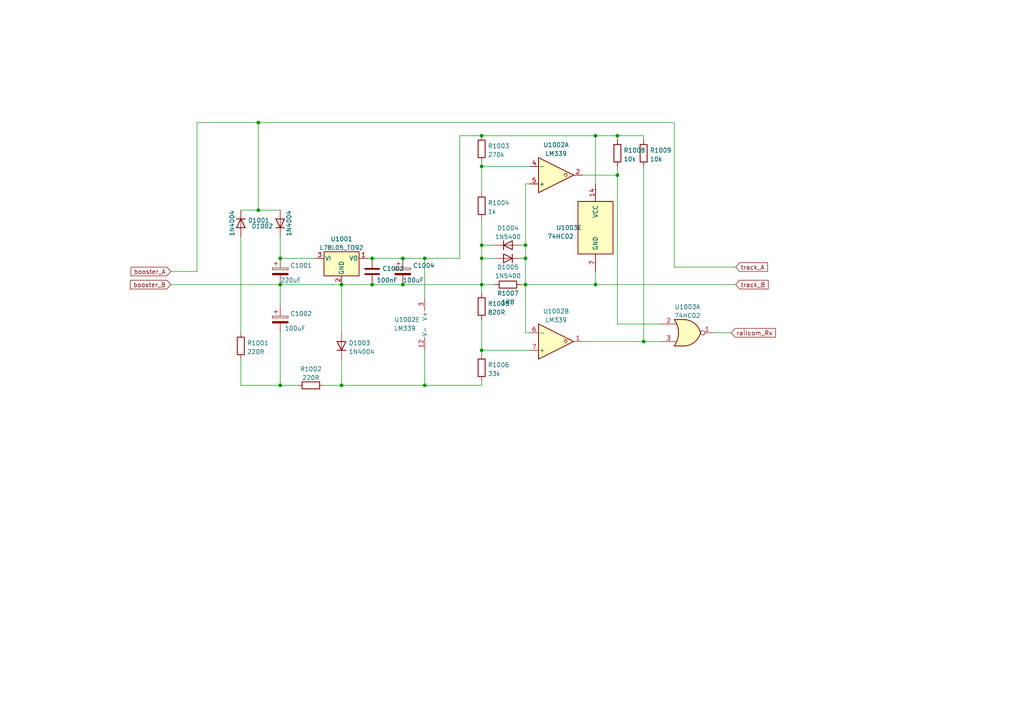
<source format=kicad_sch>
(kicad_sch (version 20231120) (generator "eeschema") (generator_version "8.0")
  (paper "A4")
  (lib_symbols
    (symbol "74xx:74HC02" (pin_names (offset 1.016))
      (property "Reference" "U" (at 0 1.27 0))
      (property "Value" "74HC02" (at 0 -1.27 0))
      (symbol "74HC02_1_1"
        (arc (start -3.81 -3.81) (mid -2.589 0) (end -3.81 3.81) (stroke (width 0.254)))
        (arc (start -0.6096 -3.81) (mid 2.1842 -2.5851) (end 3.81 0) (stroke (width 0.254)) (fill (type background)))
        (polyline (pts (xy -3.81 -3.81) (xy -0.635 -3.81)) (stroke (width 0.254)) (fill (type background)))
        (polyline (pts (xy -3.81 3.81) (xy -0.635 3.81)) (stroke (width 0.254)) (fill (type background)))
        (polyline (pts (xy -0.635 3.81) (xy -3.81 3.81) (xy -3.81 3.81) (xy -3.556 3.4036) (xy -3.0226 2.2606) (xy -2.6924 1.0414) (xy -2.6162 -0.254) (xy -2.7686 -1.4986) (xy -3.175 -2.7178) (xy -3.81 -3.81) (xy -3.81 -3.81) (xy -0.635 -3.81)) (stroke (width -25.4)) (fill (type background)))
        (arc (start 3.81 0) (mid 2.1915 2.5936) (end -0.6096 3.81) (stroke (width 0.254)) (fill (type background)))
        (pin output inverted (at 7.62 0 180) (length 3.81) (name "~") (number "1"))
        (pin input line (at -7.62 2.54 0) (length 4.318) (name "~") (number "2"))
        (pin input line (at -7.62 -2.54 0) (length 4.318) (name "~") (number "3"))
      )
      (symbol "74HC02_1_2"
        (arc (start 0 -3.81) (mid 3.7934 0) (end 0 3.81) (stroke (width 0.254)) (fill (type background)))
        (polyline (pts (xy 0 3.81) (xy -3.81 3.81) (xy -3.81 -3.81) (xy 0 -3.81)) (stroke (width 0.254)) (fill (type background)))
        (pin output line (at 7.62 0 180) (length 3.81) (name "~") (number "1"))
        (pin input inverted (at -7.62 2.54 0) (length 3.81) (name "~") (number "2"))
        (pin input inverted (at -7.62 -2.54 0) (length 3.81) (name "~") (number "3"))
      )
      (symbol "74HC02_2_1"
        (arc (start -3.81 -3.81) (mid -2.589 0) (end -3.81 3.81) (stroke (width 0.254)))
        (arc (start -0.6096 -3.81) (mid 2.1842 -2.5851) (end 3.81 0) (stroke (width 0.254)) (fill (type background)))
        (polyline (pts (xy -3.81 -3.81) (xy -0.635 -3.81)) (stroke (width 0.254)) (fill (type background)))
        (polyline (pts (xy -3.81 3.81) (xy -0.635 3.81)) (stroke (width 0.254)) (fill (type background)))
        (polyline (pts (xy -0.635 3.81) (xy -3.81 3.81) (xy -3.81 3.81) (xy -3.556 3.4036) (xy -3.0226 2.2606) (xy -2.6924 1.0414) (xy -2.6162 -0.254) (xy -2.7686 -1.4986) (xy -3.175 -2.7178) (xy -3.81 -3.81) (xy -3.81 -3.81) (xy -0.635 -3.81)) (stroke (width -25.4)) (fill (type background)))
        (arc (start 3.81 0) (mid 2.1915 2.5936) (end -0.6096 3.81) (stroke (width 0.254)) (fill (type background)))
        (pin output inverted (at 7.62 0 180) (length 3.81) (name "~") (number "4"))
        (pin input line (at -7.62 2.54 0) (length 4.318) (name "~") (number "5"))
        (pin input line (at -7.62 -2.54 0) (length 4.318) (name "~") (number "6"))
      )
      (symbol "74HC02_2_2"
        (arc (start 0 -3.81) (mid 3.7934 0) (end 0 3.81) (stroke (width 0.254)) (fill (type background)))
        (polyline (pts (xy 0 3.81) (xy -3.81 3.81) (xy -3.81 -3.81) (xy 0 -3.81)) (stroke (width 0.254)) (fill (type background)))
        (pin output line (at 7.62 0 180) (length 3.81) (name "~") (number "4"))
        (pin input inverted (at -7.62 2.54 0) (length 3.81) (name "~") (number "5"))
        (pin input inverted (at -7.62 -2.54 0) (length 3.81) (name "~") (number "6"))
      )
      (symbol "74HC02_3_1"
        (arc (start -3.81 -3.81) (mid -2.589 0) (end -3.81 3.81) (stroke (width 0.254)))
        (arc (start -0.6096 -3.81) (mid 2.1842 -2.5851) (end 3.81 0) (stroke (width 0.254)) (fill (type background)))
        (polyline (pts (xy -3.81 -3.81) (xy -0.635 -3.81)) (stroke (width 0.254)) (fill (type background)))
        (polyline (pts (xy -3.81 3.81) (xy -0.635 3.81)) (stroke (width 0.254)) (fill (type background)))
        (polyline (pts (xy -0.635 3.81) (xy -3.81 3.81) (xy -3.81 3.81) (xy -3.556 3.4036) (xy -3.0226 2.2606) (xy -2.6924 1.0414) (xy -2.6162 -0.254) (xy -2.7686 -1.4986) (xy -3.175 -2.7178) (xy -3.81 -3.81) (xy -3.81 -3.81) (xy -0.635 -3.81)) (stroke (width -25.4)) (fill (type background)))
        (arc (start 3.81 0) (mid 2.1915 2.5936) (end -0.6096 3.81) (stroke (width 0.254)) (fill (type background)))
        (pin output inverted (at 7.62 0 180) (length 3.81) (name "~") (number "10"))
        (pin input line (at -7.62 2.54 0) (length 4.318) (name "~") (number "8"))
        (pin input line (at -7.62 -2.54 0) (length 4.318) (name "~") (number "9"))
      )
      (symbol "74HC02_3_2"
        (arc (start 0 -3.81) (mid 3.7934 0) (end 0 3.81) (stroke (width 0.254)) (fill (type background)))
        (polyline (pts (xy 0 3.81) (xy -3.81 3.81) (xy -3.81 -3.81) (xy 0 -3.81)) (stroke (width 0.254)) (fill (type background)))
        (pin output line (at 7.62 0 180) (length 3.81) (name "~") (number "10"))
        (pin input inverted (at -7.62 2.54 0) (length 3.81) (name "~") (number "8"))
        (pin input inverted (at -7.62 -2.54 0) (length 3.81) (name "~") (number "9"))
      )
      (symbol "74HC02_4_1"
        (arc (start -3.81 -3.81) (mid -2.589 0) (end -3.81 3.81) (stroke (width 0.254)))
        (arc (start -0.6096 -3.81) (mid 2.1842 -2.5851) (end 3.81 0) (stroke (width 0.254)) (fill (type background)))
        (polyline (pts (xy -3.81 -3.81) (xy -0.635 -3.81)) (stroke (width 0.254)) (fill (type background)))
        (polyline (pts (xy -3.81 3.81) (xy -0.635 3.81)) (stroke (width 0.254)) (fill (type background)))
        (polyline (pts (xy -0.635 3.81) (xy -3.81 3.81) (xy -3.81 3.81) (xy -3.556 3.4036) (xy -3.0226 2.2606) (xy -2.6924 1.0414) (xy -2.6162 -0.254) (xy -2.7686 -1.4986) (xy -3.175 -2.7178) (xy -3.81 -3.81) (xy -3.81 -3.81) (xy -0.635 -3.81)) (stroke (width -25.4)) (fill (type background)))
        (arc (start 3.81 0) (mid 2.1915 2.5936) (end -0.6096 3.81) (stroke (width 0.254)) (fill (type background)))
        (pin input line (at -7.62 2.54 0) (length 4.318) (name "~") (number "11"))
        (pin input line (at -7.62 -2.54 0) (length 4.318) (name "~") (number "12"))
        (pin output inverted (at 7.62 0 180) (length 3.81) (name "~") (number "13"))
      )
      (symbol "74HC02_4_2"
        (arc (start 0 -3.81) (mid 3.7934 0) (end 0 3.81) (stroke (width 0.254)) (fill (type background)))
        (polyline (pts (xy 0 3.81) (xy -3.81 3.81) (xy -3.81 -3.81) (xy 0 -3.81)) (stroke (width 0.254)) (fill (type background)))
        (pin input inverted (at -7.62 2.54 0) (length 3.81) (name "~") (number "11"))
        (pin input inverted (at -7.62 -2.54 0) (length 3.81) (name "~") (number "12"))
        (pin output line (at 7.62 0 180) (length 3.81) (name "~") (number "13"))
      )
      (symbol "74HC02_5_0"
        (pin power_in line (at 0 12.7 270) (length 5.08) (name "VCC") (number "14"))
        (pin power_in line (at 0 -12.7 90) (length 5.08) (name "GND") (number "7"))
      )
      (symbol "74HC02_5_1"
        (rectangle (start -5.08 7.62) (end 5.08 -7.62) (stroke (width 0.254)) (fill (type background)))
      )
    )
    (symbol "Comparator:LM339" (pin_names (offset 0.127))
      (property "Reference" "U" (at 0 5.08 0))
      (property "Value" "LM339" (at 0 -5.08 0))
      (symbol "LM339_1_1"
        (polyline (pts (xy -5.08 5.08) (xy 5.08 0) (xy -5.08 -5.08) (xy -5.08 5.08)) (stroke (width 0.254)) (fill (type background)))
        (polyline (pts (xy 3.302 -0.508) (xy 2.794 -0.508) (xy 3.302 0) (xy 2.794 0.508) (xy 2.286 0) (xy 2.794 -0.508) (xy 2.286 -0.508)) (stroke (width 0.127)))
        (pin open_collector line (at 7.62 0 180) (length 2.54) (name "~") (number "2"))
        (pin input line (at -7.62 -2.54 0) (length 2.54) (name "-") (number "4"))
        (pin input line (at -7.62 2.54 0) (length 2.54) (name "+") (number "5"))
      )
      (symbol "LM339_2_1"
        (polyline (pts (xy -5.08 5.08) (xy 5.08 0) (xy -5.08 -5.08) (xy -5.08 5.08)) (stroke (width 0.254)) (fill (type background)))
        (polyline (pts (xy 3.302 -0.508) (xy 2.794 -0.508) (xy 3.302 0) (xy 2.794 0.508) (xy 2.286 0) (xy 2.794 -0.508) (xy 2.286 -0.508)) (stroke (width 0.127)))
        (pin open_collector line (at 7.62 0 180) (length 2.54) (name "~") (number "1"))
        (pin input line (at -7.62 -2.54 0) (length 2.54) (name "-") (number "6"))
        (pin input line (at -7.62 2.54 0) (length 2.54) (name "+") (number "7"))
      )
      (symbol "LM339_3_1"
        (polyline (pts (xy -5.08 5.08) (xy 5.08 0) (xy -5.08 -5.08) (xy -5.08 5.08)) (stroke (width 0.254)) (fill (type background)))
        (polyline (pts (xy 3.302 -0.508) (xy 2.794 -0.508) (xy 3.302 0) (xy 2.794 0.508) (xy 2.286 0) (xy 2.794 -0.508) (xy 2.286 -0.508)) (stroke (width 0.127)))
        (pin input line (at -7.62 -2.54 0) (length 2.54) (name "-") (number "10"))
        (pin input line (at -7.62 2.54 0) (length 2.54) (name "+") (number "11"))
        (pin open_collector line (at 7.62 0 180) (length 2.54) (name "~") (number "13"))
      )
      (symbol "LM339_4_1"
        (polyline (pts (xy -5.08 5.08) (xy 5.08 0) (xy -5.08 -5.08) (xy -5.08 5.08)) (stroke (width 0.254)) (fill (type background)))
        (polyline (pts (xy 3.302 -0.508) (xy 2.794 -0.508) (xy 3.302 0) (xy 2.794 0.508) (xy 2.286 0) (xy 2.794 -0.508) (xy 2.286 -0.508)) (stroke (width 0.127)))
        (pin open_collector line (at 7.62 0 180) (length 2.54) (name "~") (number "14"))
        (pin input line (at -7.62 -2.54 0) (length 2.54) (name "-") (number "8"))
        (pin input line (at -7.62 2.54 0) (length 2.54) (name "+") (number "9"))
      )
      (symbol "LM339_5_1"
        (pin power_in line (at -2.54 -7.62 90) (length 3.81) (name "V-") (number "12"))
        (pin power_in line (at -2.54 7.62 270) (length 3.81) (name "V+") (number "3"))
      )
    )
    (symbol "Device:C" (pin_numbers hide) (pin_names (offset 0.254))
      (property "Reference" "C" (at 0.635 2.54 0))
      (property "Value" "C" (at 0.635 -2.54 0))
      (symbol "C_0_1"
        (polyline (pts (xy -2.032 -0.762) (xy 2.032 -0.762)) (stroke (width 0.508)))
        (polyline (pts (xy -2.032 0.762) (xy 2.032 0.762)) (stroke (width 0.508)))
      )
      (symbol "C_1_1"
        (pin passive line (at 0 3.81 270) (length 2.794) (name "~") (number "1"))
        (pin passive line (at 0 -3.81 90) (length 2.794) (name "~") (number "2"))
      )
    )
    (symbol "Device:C_Polarized" (pin_numbers hide) (pin_names (offset 0.254))
      (property "Reference" "C" (at 0.635 2.54 0))
      (property "Value" "C_Polarized" (at 0.635 -2.54 0))
      (symbol "C_Polarized_0_1"
        (rectangle (start -2.286 0.508) (end 2.286 1.016))
        (polyline (pts (xy -1.778 2.286) (xy -0.762 2.286)))
        (polyline (pts (xy -1.27 2.794) (xy -1.27 1.778)))
        (rectangle (start 2.286 -0.508) (end -2.286 -1.016) (fill (type outline)))
      )
      (symbol "C_Polarized_1_1"
        (pin passive line (at 0 3.81 270) (length 2.794) (name "~") (number "1"))
        (pin passive line (at 0 -3.81 90) (length 2.794) (name "~") (number "2"))
      )
    )
    (symbol "Device:R" (pin_numbers hide) (pin_names (offset 0))
      (property "Reference" "R" (at 2.032 0 90))
      (property "Value" "R" (at 0 0 90))
      (symbol "R_0_1"
        (rectangle (start -1.016 -2.54) (end 1.016 2.54) (stroke (width 0.254)))
      )
      (symbol "R_1_1"
        (pin passive line (at 0 3.81 270) (length 1.27) (name "~") (number "1"))
        (pin passive line (at 0 -3.81 90) (length 1.27) (name "~") (number "2"))
      )
    )
    (symbol "Diode:1N4004" (pin_numbers hide) (pin_names hide)
      (property "Reference" "D" (at 0 2.54 0))
      (property "Value" "1N4004" (at 0 -2.54 0))
      (symbol "1N4004_0_1"
        (polyline (pts (xy -1.27 1.27) (xy -1.27 -1.27)) (stroke (width 0.254)))
        (polyline (pts (xy 1.27 0) (xy -1.27 0)))
        (polyline (pts (xy 1.27 1.27) (xy 1.27 -1.27) (xy -1.27 0) (xy 1.27 1.27)) (stroke (width 0.254)))
      )
      (symbol "1N4004_1_1"
        (pin passive line (at -3.81 0 0) (length 2.54) (name "K") (number "1"))
        (pin passive line (at 3.81 0 180) (length 2.54) (name "A") (number "2"))
      )
    )
    (symbol "Diode:1N5400" (pin_numbers hide) (pin_names hide)
      (property "Reference" "D" (at 0 2.54 0))
      (property "Value" "1N5400" (at 0 -2.54 0))
      (symbol "1N5400_0_1"
        (polyline (pts (xy -1.27 1.27) (xy -1.27 -1.27)) (stroke (width 0.254)))
        (polyline (pts (xy 1.27 0) (xy -1.27 0)))
        (polyline (pts (xy 1.27 1.27) (xy 1.27 -1.27) (xy -1.27 0) (xy 1.27 1.27)) (stroke (width 0.254)))
      )
      (symbol "1N5400_1_1"
        (pin passive line (at -3.81 0 0) (length 2.54) (name "K") (number "1"))
        (pin passive line (at 3.81 0 180) (length 2.54) (name "A") (number "2"))
      )
    )
    (symbol "Regulator_Linear:L78L05_TO92" (pin_names (offset 0.254))
      (property "Reference" "U" (at -3.81 3.175 0))
      (property "Value" "L78L05_TO92" (at 0 3.175 0))
      (symbol "L78L05_TO92_0_1"
        (rectangle (start -5.08 -5.08) (end 5.08 1.905) (stroke (width 0.254)) (fill (type background)))
      )
      (symbol "L78L05_TO92_1_1"
        (pin power_out line (at 7.62 0 180) (length 2.54) (name "VO") (number "1"))
        (pin power_in line (at 0 -7.62 90) (length 2.54) (name "GND") (number "2"))
        (pin power_in line (at -7.62 0 0) (length 2.54) (name "VI") (number "3"))
      )
    )
  )
  (junction (at 107.95 82.55))
  (junction (at 74.93 60.96))
  (junction (at 139.7 82.55))
  (junction (at 74.93 35.56))
  (junction (at 81.28 74.93))
  (junction (at 172.72 82.55))
  (junction (at 99.06 111.76))
  (junction (at 139.7 71.12))
  (junction (at 179.07 50.8))
  (junction (at 139.7 48.26))
  (junction (at 81.28 111.76))
  (junction (at 172.72 39.37))
  (junction (at 81.28 82.55))
  (junction (at 179.07 39.37))
  (junction (at 186.69 99.06))
  (junction (at 123.19 111.76))
  (junction (at 107.95 74.93))
  (junction (at 139.7 101.6))
  (junction (at 99.06 82.55))
  (junction (at 139.7 39.37))
  (junction (at 116.84 74.93))
  (junction (at 152.4 74.93))
  (junction (at 152.4 71.12))
  (junction (at 116.84 82.55))
  (junction (at 123.19 74.93))
  (junction (at 152.4 82.55))
  (junction (at 139.7 74.93))
  (wire (pts (xy 57.15 35.56) (xy 57.15 78.74)))
  (wire (pts (xy 153.67 101.6) (xy 139.7 101.6)))
  (wire (pts (xy 179.07 50.8) (xy 168.91 50.8)))
  (wire (pts (xy 139.7 74.93) (xy 139.7 82.55)))
  (wire (pts (xy 86.36 111.76) (xy 81.28 111.76)))
  (wire (pts (xy 139.7 82.55) (xy 139.7 85.09)))
  (wire (pts (xy 139.7 74.93) (xy 143.51 74.93)))
  (wire (pts (xy 74.93 60.96) (xy 69.85 60.96)))
  (wire (pts (xy 172.72 78.74) (xy 172.72 82.55)))
  (wire (pts (xy 81.28 82.55) (xy 81.28 88.9)))
  (wire (pts (xy 152.4 71.12) (xy 152.4 74.93)))
  (wire (pts (xy 152.4 53.34) (xy 153.67 53.34)))
  (wire (pts (xy 152.4 71.12) (xy 152.4 53.34)))
  (wire (pts (xy 139.7 92.71) (xy 139.7 101.6)))
  (wire (pts (xy 152.4 82.55) (xy 152.4 96.52)))
  (wire (pts (xy 49.53 82.55) (xy 81.28 82.55)))
  (wire (pts (xy 195.58 77.47) (xy 213.36 77.47)))
  (wire (pts (xy 139.7 101.6) (xy 139.7 102.87)))
  (wire (pts (xy 69.85 111.76) (xy 81.28 111.76)))
  (wire (pts (xy 195.58 35.56) (xy 74.93 35.56)))
  (wire (pts (xy 172.72 39.37) (xy 172.72 53.34)))
  (wire (pts (xy 107.95 82.55) (xy 116.84 82.55)))
  (wire (pts (xy 69.85 68.58) (xy 69.85 96.52)))
  (wire (pts (xy 152.4 71.12) (xy 151.13 71.12)))
  (wire (pts (xy 49.53 78.74) (xy 57.15 78.74)))
  (wire (pts (xy 99.06 111.76) (xy 123.19 111.76)))
  (wire (pts (xy 123.19 74.93) (xy 123.19 86.36)))
  (wire (pts (xy 172.72 82.55) (xy 213.36 82.55)))
  (wire (pts (xy 106.68 74.93) (xy 107.95 74.93)))
  (wire (pts (xy 81.28 68.58) (xy 81.28 74.93)))
  (wire (pts (xy 207.01 96.52) (xy 212.09 96.52)))
  (wire (pts (xy 81.28 74.93) (xy 91.44 74.93)))
  (wire (pts (xy 107.95 74.93) (xy 116.84 74.93)))
  (wire (pts (xy 74.93 35.56) (xy 74.93 60.96)))
  (wire (pts (xy 186.69 99.06) (xy 191.77 99.06)))
  (wire (pts (xy 172.72 39.37) (xy 179.07 39.37)))
  (wire (pts (xy 139.7 82.55) (xy 143.51 82.55)))
  (wire (pts (xy 179.07 39.37) (xy 179.07 40.64)))
  (wire (pts (xy 152.4 82.55) (xy 172.72 82.55)))
  (wire (pts (xy 116.84 82.55) (xy 139.7 82.55)))
  (wire (pts (xy 179.07 50.8) (xy 179.07 93.98)))
  (wire (pts (xy 74.93 35.56) (xy 57.15 35.56)))
  (wire (pts (xy 81.28 82.55) (xy 99.06 82.55)))
  (wire (pts (xy 123.19 101.6) (xy 123.19 111.76)))
  (wire (pts (xy 99.06 111.76) (xy 99.06 104.14)))
  (wire (pts (xy 116.84 74.93) (xy 123.19 74.93)))
  (wire (pts (xy 81.28 96.52) (xy 81.28 111.76)))
  (wire (pts (xy 152.4 96.52) (xy 153.67 96.52)))
  (wire (pts (xy 139.7 71.12) (xy 143.51 71.12)))
  (wire (pts (xy 99.06 82.55) (xy 107.95 82.55)))
  (wire (pts (xy 123.19 111.76) (xy 139.7 111.76)))
  (wire (pts (xy 153.67 48.26) (xy 139.7 48.26)))
  (wire (pts (xy 99.06 82.55) (xy 99.06 96.52)))
  (wire (pts (xy 133.35 39.37) (xy 139.7 39.37)))
  (wire (pts (xy 179.07 48.26) (xy 179.07 50.8)))
  (wire (pts (xy 186.69 48.26) (xy 186.69 99.06)))
  (wire (pts (xy 74.93 60.96) (xy 81.28 60.96)))
  (wire (pts (xy 133.35 74.93) (xy 133.35 39.37)))
  (wire (pts (xy 186.69 39.37) (xy 186.69 40.64)))
  (wire (pts (xy 168.91 99.06) (xy 186.69 99.06)))
  (wire (pts (xy 139.7 71.12) (xy 139.7 74.93)))
  (wire (pts (xy 179.07 39.37) (xy 186.69 39.37)))
  (wire (pts (xy 69.85 111.76) (xy 69.85 104.14)))
  (wire (pts (xy 191.77 93.98) (xy 179.07 93.98)))
  (wire (pts (xy 152.4 74.93) (xy 151.13 74.93)))
  (wire (pts (xy 139.7 39.37) (xy 172.72 39.37)))
  (wire (pts (xy 152.4 74.93) (xy 152.4 82.55)))
  (wire (pts (xy 139.7 48.26) (xy 139.7 55.88)))
  (wire (pts (xy 195.58 77.47) (xy 195.58 35.56)))
  (wire (pts (xy 139.7 63.5) (xy 139.7 71.12)))
  (wire (pts (xy 139.7 46.99) (xy 139.7 48.26)))
  (wire (pts (xy 123.19 74.93) (xy 133.35 74.93)))
  (wire (pts (xy 139.7 110.49) (xy 139.7 111.76)))
  (wire (pts (xy 151.13 82.55) (xy 152.4 82.55)))
  (wire (pts (xy 93.98 111.76) (xy 99.06 111.76)))
  (global_label "track_A" (shape input) (at 213.36 77.47 0) (property "Intersheetrefs" "${INTERSHEET_REFS}" (effects (hide yes))))
  (global_label "booster_B" (shape input) (at 49.53 82.55 180) (property "Intersheetrefs" "${INTERSHEET_REFS}" (effects (hide yes))))
  (global_label "track_B" (shape input) (at 213.36 82.55 0) (property "Intersheetrefs" "${INTERSHEET_REFS}" (effects (hide yes))))
  (global_label "booster_A" (shape input) (at 49.53 78.74 180) (property "Intersheetrefs" "${INTERSHEET_REFS}" (effects (hide yes))))
  (global_label "railcom_Rx" (shape input) (at 212.09 96.52 0) (property "Intersheetrefs" "${INTERSHEET_REFS}" (effects (hide yes))))
  (symbol (lib_id "Diode:1N4004") (at 81.28 64.77 90) (unit 1)
    (property "Reference" "D1002" (at 79.248 65.6047 90) (effects (justify left)))
    (property "Value" "1N4004" (at 83.82 68.58 0) (effects (justify left)))
    (property "Footprint" "Diode_THT:D_DO-41_SOD81_P10.16mm_Horizontal" (effects (hide yes)))
    (property "Datasheet" "http://www.vishay.com/docs/88503/1n4001.pdf" (effects (hide yes)))
  )
  (symbol (lib_id "Device:C_Polarized") (at 116.84 78.74 0) (unit 1)
    (property "Reference" "C1004" (at 119.761 77.0163 0) (effects (justify left)))
    (property "Value" "100uF" (at 116.84 81.28 0) (effects (justify left)))
  )
  (symbol (lib_id "Device:R") (at 186.69 44.45 0) (unit 1)
    (property "Reference" "R1009" (at 188.468 43.6153 0) (effects (justify left)))
    (property "Value" "10k" (at 188.468 46.1522 0) (effects (justify left)))
  )
  (symbol (lib_id "Comparator:LM339") (at 125.73 93.98 0) (unit 5)
    (property "Reference" "U1002" (at 114.3 92.71 0) (effects (justify left)))
    (property "Value" "LM339" (at 114.3 95.25 0) (effects (justify left)))
    (property "Datasheet" "https://www.st.com/resource/en/datasheet/lm139.pdf" (effects (hide yes)))
  )
  (symbol (lib_id "74xx:74HC02") (at 199.39 96.52 0) (unit 1)
    (property "Reference" "U1003" (at 199.39 89.0102 0))
    (property "Value" "74HC02" (at 199.39 91.5471 0))
    (property "Datasheet" "http://www.ti.com/lit/gpn/sn74hc02" (effects (hide yes)))
  )
  (symbol (lib_id "Diode:1N4004") (at 99.06 100.33 90) (unit 1)
    (property "Reference" "D1003" (at 101.092 99.4953 90) (effects (justify right)))
    (property "Value" "1N4004" (at 101.092 102.0322 90) (effects (justify right)))
    (property "Footprint" "Diode_THT:D_DO-41_SOD81_P10.16mm_Horizontal" (effects (hide yes)))
    (property "Datasheet" "http://www.vishay.com/docs/88503/1n4001.pdf" (effects (hide yes)))
  )
  (symbol (lib_id "Diode:1N4004") (at 69.85 64.77 270) (unit 1)
    (property "Reference" "D1001" (at 71.882 63.9353 90) (effects (justify left)))
    (property "Value" "1N4004" (at 67.31 60.96 0) (effects (justify left)))
    (property "Footprint" "Diode_THT:D_DO-41_SOD81_P10.16mm_Horizontal" (effects (hide yes)))
    (property "Datasheet" "http://www.vishay.com/docs/88503/1n4001.pdf" (effects (hide yes)))
  )
  (symbol (lib_id "Device:C_Polarized") (at 81.28 92.71 0) (unit 1)
    (property "Reference" "C1002" (at 84.201 90.9863 0) (effects (justify left)))
    (property "Value" "100uF" (at 82.55 95.25 0) (effects (justify left)))
  )
  (symbol (lib_id "Device:R") (at 139.7 59.69 0) (unit 1)
    (property "Reference" "R1004" (at 141.478 58.8553 0) (effects (justify left)))
    (property "Value" "1k" (at 141.478 61.3922 0) (effects (justify left)))
  )
  (symbol (lib_id "Device:C_Polarized") (at 81.28 78.74 0) (unit 1)
    (property "Reference" "C1001" (at 84.201 77.0163 0) (effects (justify left)))
    (property "Value" "220uF" (at 81.28 81.28 0) (effects (justify left)))
  )
  (symbol (lib_id "Device:R") (at 139.7 88.9 0) (unit 1)
    (property "Reference" "R1005" (at 141.478 88.0653 0) (effects (justify left)))
    (property "Value" "820R" (at 141.478 90.6022 0) (effects (justify left)))
  )
  (symbol (lib_id "Comparator:LM339") (at 161.29 50.8 0) (mirror x) (unit 1)
    (property "Reference" "U1002" (at 161.29 42.0202 0))
    (property "Value" "LM339" (at 161.29 44.5571 0))
    (property "Datasheet" "https://www.st.com/resource/en/datasheet/lm139.pdf" (effects (hide yes)))
  )
  (symbol (lib_id "Diode:1N5400") (at 147.32 71.12 0) (unit 1)
    (property "Reference" "D1004" (at 147.32 66.1502 0))
    (property "Value" "1N5400" (at 147.32 68.6871 0))
    (property "Footprint" "Diode_THT:D_DO-201AD_P15.24mm_Horizontal" (effects (hide yes)))
    (property "Datasheet" "http://www.vishay.com/docs/88516/1n5400.pdf" (effects (hide yes)))
  )
  (symbol (lib_id "Device:R") (at 90.17 111.76 90) (unit 1)
    (property "Reference" "R1002" (at 90.17 107.0442 90))
    (property "Value" "220R" (at 90.17 109.5811 90))
  )
  (symbol (lib_id "Comparator:LM339") (at 161.29 99.06 0) (mirror x) (unit 2)
    (property "Reference" "U1002" (at 161.29 90.2802 0))
    (property "Value" "LM339" (at 161.29 92.8171 0))
    (property "Datasheet" "https://www.st.com/resource/en/datasheet/lm139.pdf" (effects (hide yes)))
  )
  (symbol (lib_id "74xx:74HC02") (at 172.72 66.04 0) (unit 5)
    (property "Reference" "U1003" (at 161.29 66.04 0) (effects (justify left)))
    (property "Value" "74HC02" (at 158.75 68.58 0) (effects (justify left)))
    (property "Datasheet" "http://www.ti.com/lit/gpn/sn74hc02" (effects (hide yes)))
  )
  (symbol (lib_id "Device:R") (at 69.85 100.33 180) (unit 1)
    (property "Reference" "R1001" (at 71.628 99.4953 0) (effects (justify right)))
    (property "Value" "220R" (at 71.628 102.0322 0) (effects (justify right)))
  )
  (symbol (lib_id "Device:R") (at 179.07 44.45 0) (unit 1)
    (property "Reference" "R1008" (at 180.848 43.6153 0) (effects (justify left)))
    (property "Value" "10k" (at 180.848 46.1522 0) (effects (justify left)))
  )
  (symbol (lib_id "Device:R") (at 147.32 82.55 270) (unit 1)
    (property "Reference" "R1007" (at 147.32 85.09 90))
    (property "Value" "1R8" (at 147.32 87.63 90))
  )
  (symbol (lib_id "Diode:1N5400") (at 147.32 74.93 180) (unit 1)
    (property "Reference" "D1005" (at 147.32 77.47 0))
    (property "Value" "1N5400" (at 147.32 80.01 0))
    (property "Footprint" "Diode_THT:D_DO-201AD_P15.24mm_Horizontal" (effects (hide yes)))
    (property "Datasheet" "http://www.vishay.com/docs/88516/1n5400.pdf" (effects (hide yes)))
  )
  (symbol (lib_id "Regulator_Linear:L78L05_TO92") (at 99.06 74.93 0) (unit 1)
    (property "Reference" "U1001" (at 99.06 69.3252 0))
    (property "Value" "L78L05_TO92" (at 99.06 71.8621 0))
    (property "Footprint" "Package_TO_SOT_THT:TO-92_Inline" (effects (hide yes)))
    (property "Datasheet" "http://www.st.com/content/ccc/resource/technical/document/datasheet/15/55/e5/aa/23/5b/43/fd/CD00000446.pdf/files/CD00000446.pdf/jcr:content/translations/en.CD00000446.pdf" (effects (hide yes)))
  )
  (symbol (lib_id "Device:R") (at 139.7 43.18 0) (unit 1)
    (property "Reference" "R1003" (at 141.478 42.3453 0) (effects (justify left)))
    (property "Value" "270k" (at 141.478 44.8822 0) (effects (justify left)))
  )
  (symbol (lib_id "Device:C") (at 107.95 78.74 0) (unit 1)
    (property "Reference" "C1003" (at 110.871 77.9053 0) (effects (justify left)))
    (property "Value" "100nF" (at 109.22 81.28 0) (effects (justify left)))
  )
  (symbol (lib_id "Device:R") (at 139.7 106.68 0) (unit 1)
    (property "Reference" "R1006" (at 141.478 105.8453 0) (effects (justify left)))
    (property "Value" "33k" (at 141.478 108.3822 0) (effects (justify left)))
  )
)
</source>
